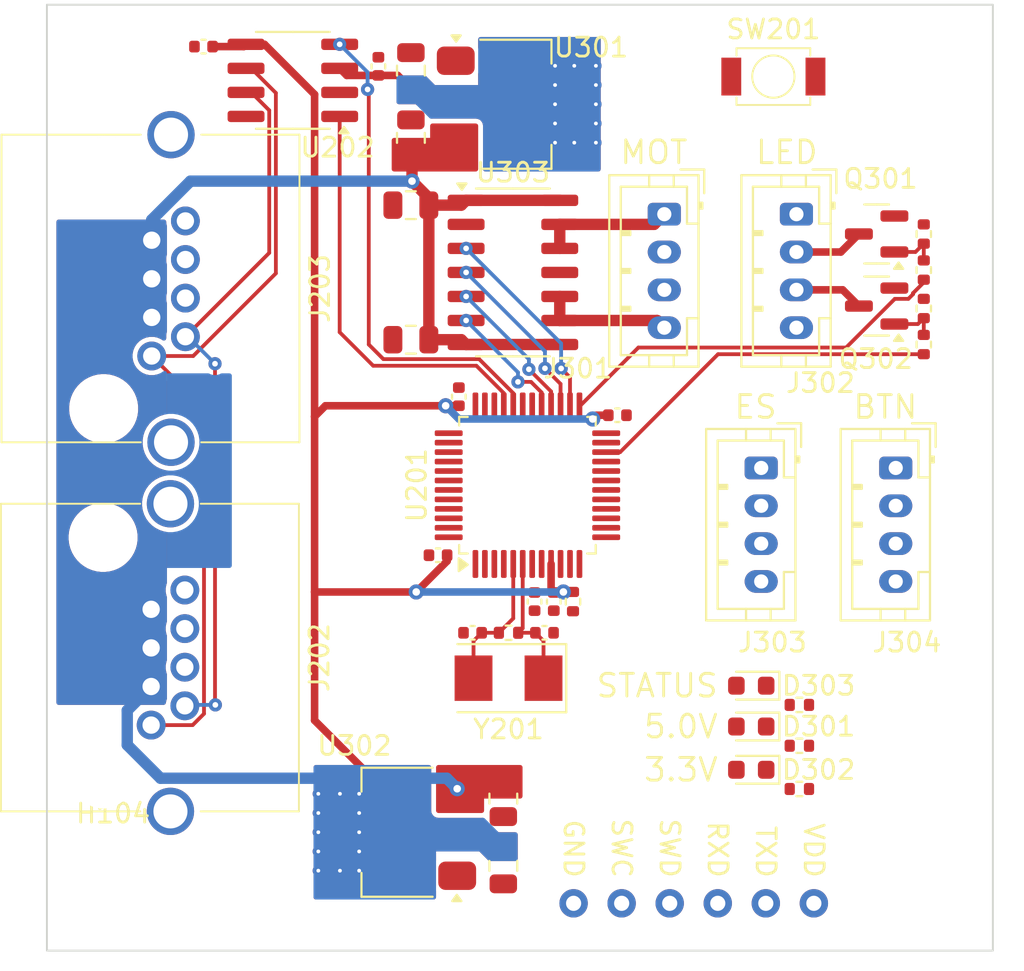
<source format=kicad_pcb>
(kicad_pcb
	(version 20241229)
	(generator "pcbnew")
	(generator_version "9.0")
	(general
		(thickness 1.6)
		(legacy_teardrops no)
	)
	(paper "A4")
	(layers
		(0 "F.Cu" signal)
		(2 "B.Cu" signal)
		(9 "F.Adhes" user "F.Adhesive")
		(11 "B.Adhes" user "B.Adhesive")
		(13 "F.Paste" user)
		(15 "B.Paste" user)
		(5 "F.SilkS" user "F.Silkscreen")
		(7 "B.SilkS" user "B.Silkscreen")
		(1 "F.Mask" user)
		(3 "B.Mask" user)
		(17 "Dwgs.User" user "User.Drawings")
		(19 "Cmts.User" user "User.Comments")
		(21 "Eco1.User" user "User.Eco1")
		(23 "Eco2.User" user "User.Eco2")
		(25 "Edge.Cuts" user)
		(27 "Margin" user)
		(31 "F.CrtYd" user "F.Courtyard")
		(29 "B.CrtYd" user "B.Courtyard")
		(35 "F.Fab" user)
		(33 "B.Fab" user)
		(39 "User.1" user)
		(41 "User.2" user)
		(43 "User.3" user)
		(45 "User.4" user)
	)
	(setup
		(pad_to_mask_clearance 0)
		(allow_soldermask_bridges_in_footprints no)
		(tenting front back)
		(pcbplotparams
			(layerselection 0x00000000_00000000_55555555_5755f5ff)
			(plot_on_all_layers_selection 0x00000000_00000000_00000000_00000000)
			(disableapertmacros no)
			(usegerberextensions no)
			(usegerberattributes yes)
			(usegerberadvancedattributes yes)
			(creategerberjobfile yes)
			(dashed_line_dash_ratio 12.000000)
			(dashed_line_gap_ratio 3.000000)
			(svgprecision 4)
			(plotframeref no)
			(mode 1)
			(useauxorigin no)
			(hpglpennumber 1)
			(hpglpenspeed 20)
			(hpglpendiameter 15.000000)
			(pdf_front_fp_property_popups yes)
			(pdf_back_fp_property_popups yes)
			(pdf_metadata yes)
			(pdf_single_document no)
			(dxfpolygonmode yes)
			(dxfimperialunits yes)
			(dxfusepcbnewfont yes)
			(psnegative no)
			(psa4output no)
			(plot_black_and_white yes)
			(plotinvisibletext no)
			(sketchpadsonfab no)
			(plotpadnumbers no)
			(hidednponfab no)
			(sketchdnponfab yes)
			(crossoutdnponfab yes)
			(subtractmaskfromsilk no)
			(outputformat 1)
			(mirror no)
			(drillshape 1)
			(scaleselection 1)
			(outputdirectory "")
		)
	)
	(net 0 "")
	(net 1 "3V3")
	(net 2 "GND")
	(net 3 "5V0")
	(net 4 "Vin")
	(net 5 "/MCU/RESET")
	(net 6 "/MCU/SWDIO")
	(net 7 "/MCU/RXD1")
	(net 8 "/MCU/TXD1")
	(net 9 "/MCU/SWCLK")
	(net 10 "/MCU/CAN HIGH")
	(net 11 "/MCU/CAN LOW")
	(net 12 "/MCU/CANRXD")
	(net 13 "/MCU/CANTXD")
	(net 14 "Net-(U201-PD0)")
	(net 15 "Net-(U201-PD1)")
	(net 16 "unconnected-(J202-PadSH)")
	(net 17 "unconnected-(J202-PadSH)_1")
	(net 18 "unconnected-(U201-PA4-Pad14)")
	(net 19 "unconnected-(U201-PA3-Pad13)")
	(net 20 "unconnected-(U201-PA6-Pad16)")
	(net 21 "unconnected-(U201-PA15-Pad38)")
	(net 22 "unconnected-(U201-PB9-Pad46)")
	(net 23 "unconnected-(U201-PB7-Pad43)")
	(net 24 "unconnected-(U201-PA1-Pad11)")
	(net 25 "unconnected-(U201-PA0-Pad10)")
	(net 26 "unconnected-(U201-PA5-Pad15)")
	(net 27 "unconnected-(U201-BOOT0-Pad44)")
	(net 28 "unconnected-(U201-PA7-Pad17)")
	(net 29 "unconnected-(U201-VBAT-Pad1)")
	(net 30 "unconnected-(U201-PB8-Pad45)")
	(net 31 "unconnected-(U201-PB10-Pad21)")
	(net 32 "unconnected-(U201-PC13-Pad2)")
	(net 33 "/MCU/Mclose")
	(net 34 "/MCU/Mopen")
	(net 35 "unconnected-(U303-NC-Pad11)")
	(net 36 "/MCU/STclose")
	(net 37 "/MCU/STopen")
	(net 38 "unconnected-(U201-PB1-Pad19)")
	(net 39 "unconnected-(U201-PB2-Pad20)")
	(net 40 "unconnected-(U201-PB0-Pad18)")
	(net 41 "/Power/Vclose")
	(net 42 "/Power/Vopen")
	(net 43 "Net-(Q301-G)")
	(net 44 "unconnected-(U201-PC15-Pad4)")
	(net 45 "unconnected-(U201-PC14-Pad3)")
	(net 46 "Net-(Q302-G)")
	(net 47 "/Power/Vledclose")
	(net 48 "/Power/Vledopen")
	(net 49 "/MCU/LEDopen")
	(net 50 "/MCU/LEDclose")
	(net 51 "Net-(J303-Pin_3)")
	(net 52 "Net-(J303-Pin_2)")
	(net 53 "Net-(J304-Pin_2)")
	(net 54 "Net-(J304-Pin_3)")
	(net 55 "Net-(D302-K)")
	(net 56 "Net-(D301-K)")
	(net 57 "Net-(D303-A)")
	(net 58 "Net-(D303-K)")
	(footprint "Resistor_SMD:R_0402_1005Metric" (layer "F.Cu") (at 133.35 71.122 90))
	(footprint "Capacitor_SMD:C_0402_1005Metric" (layer "F.Cu") (at 109.5 92.2))
	(footprint "LED_SMD:LED_0603_1608Metric" (layer "F.Cu") (at 124.2315 99.441 180))
	(footprint "Resistor_SMD:R_0402_1005Metric" (layer "F.Cu") (at 133.35 76.964 90))
	(footprint "MountingHole:MountingHole_3.2mm_M3_ISO14580" (layer "F.Cu") (at 90.5 62.5))
	(footprint "Resistor_SMD:R_0402_1005Metric" (layer "F.Cu") (at 133.35 75.059 90))
	(footprint "Capacitor_SMD:C_0402_1005Metric" (layer "F.Cu") (at 113.3 92.2 180))
	(footprint "Package_SO:SOIC-8_3.9x4.9mm_P1.27mm" (layer "F.Cu") (at 100 63 180))
	(footprint "Capacitor_SMD:C_0402_1005Metric" (layer "F.Cu") (at 95.278 61.214 180))
	(footprint "Package_QFP:LQFP-48_7x7mm_P0.5mm" (layer "F.Cu") (at 112.4 84.4 90))
	(footprint "Capacitor_SMD:C_0402_1005Metric" (layer "F.Cu") (at 107.6745 88.1 180))
	(footprint "MountingHole:MountingHole_3.2mm_M3_ISO14580" (layer "F.Cu") (at 90.5 105.5))
	(footprint "LED_SMD:LED_0603_1608Metric" (layer "F.Cu") (at 124.2315 97.155 180))
	(footprint "Package_TO_SOT_SMD:SOT-223-3_TabPin2" (layer "F.Cu") (at 105.537 102.743 180))
	(footprint "Capacitor_SMD:C_0805_2012Metric" (layer "F.Cu") (at 106.238 69.596 180))
	(footprint "Capacitor_SMD:C_0402_1005Metric" (layer "F.Cu") (at 108.7745 79.72 90))
	(footprint "LED_SMD:LED_0603_1608Metric" (layer "F.Cu") (at 124.2315 94.996 180))
	(footprint "MountingHole:MountingHole_3.2mm_M3_ISO14580" (layer "F.Cu") (at 133.5 62.5))
	(footprint "Crystal:Crystal_SMD_5032-2Pin_5.0x3.2mm" (layer "F.Cu") (at 111.4 94.6 180))
	(footprint "Resistor_SMD:R_0402_1005Metric" (layer "F.Cu") (at 126.7735 96.012))
	(footprint "Projekt:RJ45_SH" (layer "F.Cu") (at 89.97 93.51 -90))
	(footprint "Resistor_SMD:R_0402_1005Metric" (layer "F.Cu") (at 114.808 90.551 -90))
	(footprint "Resistor_SMD:R_0402_1005Metric" (layer "F.Cu") (at 133.35 73.027 90))
	(footprint "Capacitor_SMD:C_0805_2012Metric" (layer "F.Cu") (at 106.238 76.708 180))
	(footprint "Package_SO:SOIC-14_3.9x8.7mm_P1.27mm" (layer "F.Cu") (at 111.633 73.152))
	(footprint "Capacitor_SMD:C_0402_1005Metric" (layer "F.Cu") (at 112.776 90.551 -90))
	(footprint "Connector_JST:JST_PH_B4B-PH-K_1x04_P2.00mm_Vertical" (layer "F.Cu") (at 124.756 83.487 -90))
	(footprint "Connector_JST:JST_PH_B4B-PH-K_1x04_P2.00mm_Vertical" (layer "F.Cu") (at 131.868 83.487 -90))
	(footprint "Capacitor_SMD:C_0402_1005Metric" (layer "F.Cu") (at 104.521 62.258 90))
	(footprint "Capacitor_SMD:C_0402_1005Metric" (layer "F.Cu") (at 117.1545 80.7))
	(footprint "Package_TO_SOT_SMD:SOT-23" (layer "F.Cu") (at 130.8585 74.93 180))
	(footprint "Capacitor_SMD:C_0805_2012Metric" (layer "F.Cu") (at 106.24 66.04 90))
	(footprint "Projekt:RJ45_SH" (layer "F.Cu") (at 90 74 -90))
	(footprint "Connector_JST:JST_PH_B4B-PH-K_1x04_P2.00mm_Vertical" (layer "F.Cu") (at 119.634 70.073 -90))
	(footprint "Connector_JST:JST_PH_B4B-PH-K_1x04_P2.00mm_Vertical"
		(layer "F.Cu")
		(uuid "b3ce2d57-b495-427a-984c-dc084cf66c2f")
		(at 126.619 70.073 -90)
		(descr "JST PH series connector, B4B-PH-K (http://www.jst-mfg.com/product/pdf/eng/ePH.pdf), generated with kicad-footprint-generator")
		(tags "connector JST PH side entry")
		(property "Reference" "J302"
			(at 8.921 -1.27 0)
			(layer "F.SilkS")
			(uuid "31ce6a00-5024-4d4e-8220-4f4584937da8")
			(effects
				(font
					(size 1 1)
					(thickness 0.15)
				)
			)
		)
		(property "Value" "Conn_01x04"
			(at 3 4 90)
			(layer "F.Fab")
			(uuid "970d62c4-160b-4a3e-8c40-255e0a3ca2f5")
			(effects
				(font
					(size 1 1)
					(thickness 0.15)
				)
			)
		)
		(property "Datasheet" ""
			(at 0 0 270)
			(unlocked yes)
			(layer "F.Fab")
			(hide yes)
			(uuid "a2d8b44c-cf77-4043-8008-c76f8d284e2a")
			(effects
				(font
					(size 1.27 1.27)
					(thickness 0.15)
				)
			)
		)
		(property "Description" "Generic connector, single row, 01x04, script generated (kicad-library-utils/schlib/autogen/connector/)"
			(at 0 0 270)
			(unlocked yes)
			(layer "F.Fab")
			(hide yes)
			(uuid "49566975-c5af-43ff-ae30-b1fef521ec0b")
			(effects
				(font
					(size 1.27 1.27)
					(thickness 0.15)
				)
			)
		)
		(property ki_fp_filters "Connector*:*_1x??_*")
		(path "/15f3565f-dbe7-403c-835e-03c626162d82/19c05ae7-a69e-477d-b55b-dad6fa625aa5")
		(sheetname "/Power/")
		(sheetfile "psu.kicad_sch")
		(attr through_hole)
		(fp_line
			(start -2.06 2.91)
			(end 8.06 2.91)
			(stroke
				(width 0.12)
				(type solid)
			)
			(layer "F.SilkS")
			(uuid "a4fb491c-7324-48b3-8997-ced062fa89bc")
		)
		(fp_line
			(start 8.06 2.91)
			(end 8.06 -1.81)
			(stroke
				(width 0.12)
				(type solid)
			)
			(layer "F.SilkS")
			(uuid "296bdaf6-916e-43ea-aeec-a5f4888a04a7")
		)
		(fp_line
			(start -1.45 2.3)
			(end 7.45 2.3)
			(stroke
				(width 0.12)
				(type solid)
			)
			(layer "F.SilkS")
			(uuid "36efcb55-2842-4cc8-a5b3-8e08ddf477ef")
		)
		(fp_line
			(start 0.9 2.3)
			(end 0.9 1.8)
			(stroke
				(width 0.12)
				(type solid)
			)
			(layer "F.SilkS")
			(uuid "26e74973-bd43-4e78-a6d9-5d30bc4025c0")
		)
		(fp_line
			(start 1 2.3)
			(end 1 1.8)
			(stroke
				(width 0.12)
				(type solid)
			)
			(layer "F.SilkS")
			(uuid "09d125f5-4df0-47ec-b1db-aa86388dffc6")
		)
		(fp_line
			(start 2.9 2.3)
			(end 2.9 1.8)
			(stroke
				(width 0.12)
				(type solid)
			)
			(layer "F.SilkS")
			(uuid "d3a5be2a-0c2b-4967-855b-de275df66332")
		)
		(fp_line
			(start 3 2.3)
			(end 3 1.8)
			(stroke
				(width 0.12)
				(type solid)
			)
			(layer "F.SilkS")
			(uuid "d9728f61-71fd-4d21-b24b-6bb14051b75e")
		)
		(fp_line
			(start 4.9 2.3)
			(end 4.9 1.8)
			(stroke
				(width 0.12)
				(type solid)
			)
			(layer "F.SilkS")
			(uuid "90438fc0-bddb-4508-8a9c-d1501a4bbf05")
		)
		(fp_line
			(start 5 2.3)
			(end 5 1.8)
			(stroke
				(width 0.12)
				(type solid)
			)
			(layer "F.SilkS")
			(uuid "9471548c-9ae6-45f5-bb20-3e5c1898cb19")
		)
		(fp_line
			(start 7.45 2.3)
			(end 7.45 -1.2)
			(stroke
				(width 0.12)
				(type solid)
			)
			(layer "F.SilkS")
			(uuid "3d26cb77-e8ee-4d14-bf62-917b3b180f04")
		)
		(fp_line
			(start 0.9 1.8)
			(end 1.1 1.8)
			(stroke
				(width 0.12)
				(type solid)
			)
			(layer "F.SilkS")
			(uuid "a046619c-1cf8-4102-8675-f575f669f4e4")
		)
		(fp_line
			(start 1.1 1.8)
			(end 1.1 2.3)
			(stroke
				(width 0.12)
				(type solid)
			)
			(layer "F.SilkS")
			(uuid "061b19b5-493d-4e5e-9648-f5a494c9a8c8")
		)
		(fp_line
			(start 2.9 1.8)
			(end 3.1 1.8)
			(stroke
				(width 0.12)
				(type solid)
			)
			(layer "F.SilkS")
			(uuid "b8551911-5d30-4353-9433-fe725cbde523")
		)
		(fp_line
			(start 3.1 1.8)
			(end 3.1 2.3)
			(stroke
				(width 0.12)
				(type solid)
			)
			(layer "F.SilkS")
			(uuid "5e8ea734-f0ff-4ccf-b1c0-651bae4e8f0b")
		)
		(fp_line
			(start 4.9 1.8)
			(end 5.1 1.8)
			(stroke
				(width 0.12)
				(type solid)
			)
			(layer "F.SilkS")
			(uuid "35158be7-d1f3-4cbd-a1ca-b00049dcd8e7")
		)
		(fp_line
			(start 5.1 1.8)
			(end 5.1 2.3)
			(stroke
				(width 0.12)
				(type solid)
			)
			(layer "F.SilkS")
			(uuid "3306145a-31a5-4705-9253-f7df8ed3d8e3")
		)
		(fp_line
			(start -2.06 0.8)
			(end -1.45 0.8)
			(stroke
				(width 0.12)
				(type solid)
			)
			(layer "F.SilkS")
			(uuid "df65e1bb-8237-4149-a04a-862686c81bd9")
		)
		(fp_line
			(start 8.06 0.8)
			(end 7.45 0.8)
			(stroke
				(width 0.12)
				(type solid)
			)
			(layer "F.SilkS")
			(uuid "2086fb49-e30d-4c6f-83ff-8a21171ad088")
		)
		(fp_line
			(start -2.06 -0.5)
			(end -1.45 -0.5)
			(stroke
				(width 0.12)
				(type solid)
			)
			(layer "F.SilkS")
			(uuid "747d71a5-e122-4810-bf82-b3472f55ee6e")
		)
		(fp_line
			(start 8.06 -0.5)
			(end 7.45 -0.5)
			(stroke
				(width 0.12)
				(type solid)
			)
			(layer "F.SilkS")
			(uuid "8e711dd3-ee0f-4632-8db2-0ef809f5e6c7")
		)
		(fp_line
			(start -1.45 -1.2)
			(end -1.45 2.3)
			(stroke
				(width 0.12)
				(type solid)
			)
			(layer "F.SilkS")
			(uuid "b7605f9a-8ed2-42f5-8c33-cbd9e889bc25")
		)
		(fp_line
			(start 0.5 -1.2)
			(end -1.45 -1.2)
			(stroke
				(width 0.12)
				(type solid)
			)
			(layer "F.SilkS")
			(uuid "43b08ca5-6461-4ee8-bf60-21bc010b5068")
		)
		(fp_line
			(start 5.5 -1.2)
			(end 5.5 -1.81)
			(stroke
				(width 0.12)
				(type solid)
			)
			(layer "F.SilkS")
			(uuid "dfc3a6eb-0365-46e4-b610-b91af02421f5")
		)
		(fp_line
			(start 7.45 -1.2)
			(end 5.5 -1.2)
			(stroke
				(width 0.12)
				(type solid)
			)
			(layer "F.SilkS")
			(uuid "a14fd834-9709-41a1-892f-aab0e9990710")
		)
		(fp_line
			(start -2.06 -1.81)
			(end -2.06 2.91)
			(stroke
				(width 0.12)
				(type solid)
			)
			(layer "F.SilkS")
			(uuid "91b6b634-f540-4cef-92b6-95d2501e39fc")
		)
		(fp_line
			(start -0.3 -1.81)
			(end -0.3 -2.01)
			(stroke
				(width 0.12)
				(type solid)
			)
			(layer "F.SilkS")
			(uuid "da3920e9-6bfb-474c-9379-14c1979374e8")
		)
		(fp_line
			(start 0.5 -1.81)
			(end 0.5 -1.2)
			(stroke
				(width 0.12)
				(type solid)
			)
			(layer "F.SilkS")
			(uuid "d9d780a4-23c2-4f03-b0d5-434a69262cf5")
		)
		(fp_line
			(start 8.06 -1.81)
			(end -2.06 -1.81)
			(stroke
				(width 0.12)
				(type solid)
			)
			(layer "F.SilkS")
			(uuid "2823c63c-345d-47a8-95ee-090e1a45ed0a")
		)
		(fp_line
			(start -0.3 -1.91)
			(end -0.6 -1.91)
			(stroke
				(width 0.12)
				(type solid)
			)
			(layer "F.SilkS")
			(uuid "301edffb-49b2-4e2c-b2eb-659b6947685a")
		)
		(fp_line
			(start -0.6 -2.01)
			(end -0.6 -1.81)
			(stroke
				(width 0.12)
				(type solid)
			)
			(layer "F.SilkS")
			(uuid "0ecc4fa7-66ed-45a7-8a40-36166014b06c")
		)
		(fp_line
			(start -0.3 -2.01)
			(end -0.6 -2.01)
			(stroke
				(width 0.12)
				(type solid)
			)
			(layer "F.SilkS")
			(uuid "f3cae6a9-957e-4a65-95d0-8e42d5476a22")
		)
		(fp_line
			(start -2.36 -2.11)
			(end -2.36 -0.86)
			(stroke
				(width 0.12)
				(type solid)
			)
			(layer "F.SilkS")
			(uuid "03048a0c-ca7e-4dea-ac7d-a018003f7ac5")
		)
		(fp_line
			(start -1.11 -2.11)
			(end -2.36 -2.11)
			(stroke
				(width 0.12)
				(type solid)
			)
			(layer "F.SilkS")
			(uuid "34f764b4-3572-4892-a412-a3890b710892")
		)
		(fp_line
			(start -2.45 3.3)
			(end 8.45 3.3)
			(stroke
				(width 0.05)
				(type solid)
			)
			(layer "F.CrtYd")
			(uuid "7c40dcb0-81dd-4b6b-bfeb-fe28917881da")
		)
		(fp_line
			(start 8.45 3.3)
			(end 8.45 -2.2)
			(stroke
				(width 0.05)
				(type solid)
	
... [117468 chars truncated]
</source>
